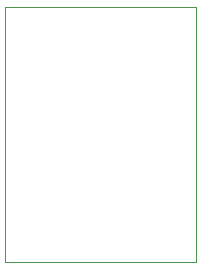
<source format=gbp>
G75*
%MOIN*%
%OFA0B0*%
%FSLAX24Y24*%
%IPPOS*%
%LPD*%
%AMOC8*
5,1,8,0,0,1.08239X$1,22.5*
%
%ADD10C,0.0000*%
D10*
X002392Y002642D02*
X002392Y011142D01*
X008767Y011142D01*
X008767Y002642D01*
X002392Y002642D01*
M02*

</source>
